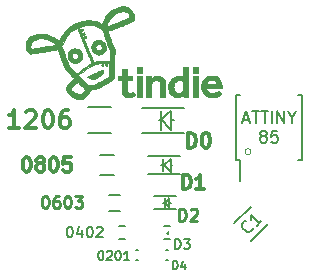
<source format=gto>
G04 #@! TF.FileFunction,Legend,Top*
%FSLAX46Y46*%
G04 Gerber Fmt 4.6, Leading zero omitted, Abs format (unit mm)*
G04 Created by KiCad (PCBNEW 4.0.7) date 06/29/18 14:26:30*
%MOMM*%
%LPD*%
G01*
G04 APERTURE LIST*
%ADD10C,0.100000*%
%ADD11C,0.150000*%
%ADD12C,0.200000*%
%ADD13C,0.250000*%
%ADD14C,0.300000*%
%ADD15C,0.010000*%
%ADD16C,0.175000*%
%ADD17C,0.312500*%
G04 APERTURE END LIST*
D10*
D11*
X202646643Y-103151214D02*
X202719215Y-103151214D01*
X202791786Y-103187500D01*
X202828072Y-103223786D01*
X202864358Y-103296357D01*
X202900643Y-103441500D01*
X202900643Y-103622929D01*
X202864358Y-103768071D01*
X202828072Y-103840643D01*
X202791786Y-103876929D01*
X202719215Y-103913214D01*
X202646643Y-103913214D01*
X202574072Y-103876929D01*
X202537786Y-103840643D01*
X202501501Y-103768071D01*
X202465215Y-103622929D01*
X202465215Y-103441500D01*
X202501501Y-103296357D01*
X202537786Y-103223786D01*
X202574072Y-103187500D01*
X202646643Y-103151214D01*
X203190929Y-103223786D02*
X203227215Y-103187500D01*
X203299786Y-103151214D01*
X203481215Y-103151214D01*
X203553786Y-103187500D01*
X203590072Y-103223786D01*
X203626357Y-103296357D01*
X203626357Y-103368929D01*
X203590072Y-103477786D01*
X203154643Y-103913214D01*
X203626357Y-103913214D01*
X204098071Y-103151214D02*
X204170643Y-103151214D01*
X204243214Y-103187500D01*
X204279500Y-103223786D01*
X204315786Y-103296357D01*
X204352071Y-103441500D01*
X204352071Y-103622929D01*
X204315786Y-103768071D01*
X204279500Y-103840643D01*
X204243214Y-103876929D01*
X204170643Y-103913214D01*
X204098071Y-103913214D01*
X204025500Y-103876929D01*
X203989214Y-103840643D01*
X203952929Y-103768071D01*
X203916643Y-103622929D01*
X203916643Y-103441500D01*
X203952929Y-103296357D01*
X203989214Y-103223786D01*
X204025500Y-103187500D01*
X204098071Y-103151214D01*
X205077785Y-103913214D02*
X204642357Y-103913214D01*
X204860071Y-103913214D02*
X204860071Y-103151214D01*
X204787500Y-103260071D01*
X204714928Y-103332643D01*
X204642357Y-103368929D01*
D12*
X199982666Y-101113167D02*
X200067333Y-101113167D01*
X200151999Y-101155500D01*
X200194333Y-101197833D01*
X200236666Y-101282500D01*
X200278999Y-101451833D01*
X200278999Y-101663500D01*
X200236666Y-101832833D01*
X200194333Y-101917500D01*
X200151999Y-101959833D01*
X200067333Y-102002167D01*
X199982666Y-102002167D01*
X199897999Y-101959833D01*
X199855666Y-101917500D01*
X199813333Y-101832833D01*
X199770999Y-101663500D01*
X199770999Y-101451833D01*
X199813333Y-101282500D01*
X199855666Y-101197833D01*
X199897999Y-101155500D01*
X199982666Y-101113167D01*
X201041000Y-101409500D02*
X201041000Y-102002167D01*
X200829333Y-101070833D02*
X200617666Y-101705833D01*
X201168000Y-101705833D01*
X201676000Y-101113167D02*
X201760667Y-101113167D01*
X201845333Y-101155500D01*
X201887667Y-101197833D01*
X201930000Y-101282500D01*
X201972333Y-101451833D01*
X201972333Y-101663500D01*
X201930000Y-101832833D01*
X201887667Y-101917500D01*
X201845333Y-101959833D01*
X201760667Y-102002167D01*
X201676000Y-102002167D01*
X201591333Y-101959833D01*
X201549000Y-101917500D01*
X201506667Y-101832833D01*
X201464333Y-101663500D01*
X201464333Y-101451833D01*
X201506667Y-101282500D01*
X201549000Y-101197833D01*
X201591333Y-101155500D01*
X201676000Y-101113167D01*
X202311000Y-101197833D02*
X202353334Y-101155500D01*
X202438000Y-101113167D01*
X202649667Y-101113167D01*
X202734334Y-101155500D01*
X202776667Y-101197833D01*
X202819000Y-101282500D01*
X202819000Y-101367167D01*
X202776667Y-101494167D01*
X202268667Y-102002167D01*
X202819000Y-102002167D01*
D13*
X197913809Y-98512381D02*
X198009048Y-98512381D01*
X198104286Y-98560000D01*
X198151905Y-98607619D01*
X198199524Y-98702857D01*
X198247143Y-98893333D01*
X198247143Y-99131429D01*
X198199524Y-99321905D01*
X198151905Y-99417143D01*
X198104286Y-99464762D01*
X198009048Y-99512381D01*
X197913809Y-99512381D01*
X197818571Y-99464762D01*
X197770952Y-99417143D01*
X197723333Y-99321905D01*
X197675714Y-99131429D01*
X197675714Y-98893333D01*
X197723333Y-98702857D01*
X197770952Y-98607619D01*
X197818571Y-98560000D01*
X197913809Y-98512381D01*
X199104286Y-98512381D02*
X198913809Y-98512381D01*
X198818571Y-98560000D01*
X198770952Y-98607619D01*
X198675714Y-98750476D01*
X198628095Y-98940952D01*
X198628095Y-99321905D01*
X198675714Y-99417143D01*
X198723333Y-99464762D01*
X198818571Y-99512381D01*
X199009048Y-99512381D01*
X199104286Y-99464762D01*
X199151905Y-99417143D01*
X199199524Y-99321905D01*
X199199524Y-99083810D01*
X199151905Y-98988571D01*
X199104286Y-98940952D01*
X199009048Y-98893333D01*
X198818571Y-98893333D01*
X198723333Y-98940952D01*
X198675714Y-98988571D01*
X198628095Y-99083810D01*
X199818571Y-98512381D02*
X199913810Y-98512381D01*
X200009048Y-98560000D01*
X200056667Y-98607619D01*
X200104286Y-98702857D01*
X200151905Y-98893333D01*
X200151905Y-99131429D01*
X200104286Y-99321905D01*
X200056667Y-99417143D01*
X200009048Y-99464762D01*
X199913810Y-99512381D01*
X199818571Y-99512381D01*
X199723333Y-99464762D01*
X199675714Y-99417143D01*
X199628095Y-99321905D01*
X199580476Y-99131429D01*
X199580476Y-98893333D01*
X199628095Y-98702857D01*
X199675714Y-98607619D01*
X199723333Y-98560000D01*
X199818571Y-98512381D01*
X200485238Y-98512381D02*
X201104286Y-98512381D01*
X200770952Y-98893333D01*
X200913810Y-98893333D01*
X201009048Y-98940952D01*
X201056667Y-98988571D01*
X201104286Y-99083810D01*
X201104286Y-99321905D01*
X201056667Y-99417143D01*
X201009048Y-99464762D01*
X200913810Y-99512381D01*
X200628095Y-99512381D01*
X200532857Y-99464762D01*
X200485238Y-99417143D01*
D14*
X196348572Y-95227857D02*
X196462857Y-95227857D01*
X196577143Y-95285000D01*
X196634286Y-95342143D01*
X196691429Y-95456429D01*
X196748572Y-95685000D01*
X196748572Y-95970714D01*
X196691429Y-96199286D01*
X196634286Y-96313571D01*
X196577143Y-96370714D01*
X196462857Y-96427857D01*
X196348572Y-96427857D01*
X196234286Y-96370714D01*
X196177143Y-96313571D01*
X196120000Y-96199286D01*
X196062857Y-95970714D01*
X196062857Y-95685000D01*
X196120000Y-95456429D01*
X196177143Y-95342143D01*
X196234286Y-95285000D01*
X196348572Y-95227857D01*
X197434286Y-95742143D02*
X197320000Y-95685000D01*
X197262857Y-95627857D01*
X197205714Y-95513571D01*
X197205714Y-95456429D01*
X197262857Y-95342143D01*
X197320000Y-95285000D01*
X197434286Y-95227857D01*
X197662857Y-95227857D01*
X197777143Y-95285000D01*
X197834286Y-95342143D01*
X197891429Y-95456429D01*
X197891429Y-95513571D01*
X197834286Y-95627857D01*
X197777143Y-95685000D01*
X197662857Y-95742143D01*
X197434286Y-95742143D01*
X197320000Y-95799286D01*
X197262857Y-95856429D01*
X197205714Y-95970714D01*
X197205714Y-96199286D01*
X197262857Y-96313571D01*
X197320000Y-96370714D01*
X197434286Y-96427857D01*
X197662857Y-96427857D01*
X197777143Y-96370714D01*
X197834286Y-96313571D01*
X197891429Y-96199286D01*
X197891429Y-95970714D01*
X197834286Y-95856429D01*
X197777143Y-95799286D01*
X197662857Y-95742143D01*
X198634286Y-95227857D02*
X198748571Y-95227857D01*
X198862857Y-95285000D01*
X198920000Y-95342143D01*
X198977143Y-95456429D01*
X199034286Y-95685000D01*
X199034286Y-95970714D01*
X198977143Y-96199286D01*
X198920000Y-96313571D01*
X198862857Y-96370714D01*
X198748571Y-96427857D01*
X198634286Y-96427857D01*
X198520000Y-96370714D01*
X198462857Y-96313571D01*
X198405714Y-96199286D01*
X198348571Y-95970714D01*
X198348571Y-95685000D01*
X198405714Y-95456429D01*
X198462857Y-95342143D01*
X198520000Y-95285000D01*
X198634286Y-95227857D01*
X200120000Y-95227857D02*
X199548571Y-95227857D01*
X199491428Y-95799286D01*
X199548571Y-95742143D01*
X199662857Y-95685000D01*
X199948571Y-95685000D01*
X200062857Y-95742143D01*
X200120000Y-95799286D01*
X200177143Y-95913571D01*
X200177143Y-96199286D01*
X200120000Y-96313571D01*
X200062857Y-96370714D01*
X199948571Y-96427857D01*
X199662857Y-96427857D01*
X199548571Y-96370714D01*
X199491428Y-96313571D01*
X195770715Y-92753571D02*
X194913572Y-92753571D01*
X195342144Y-92753571D02*
X195342144Y-91253571D01*
X195199287Y-91467857D01*
X195056429Y-91610714D01*
X194913572Y-91682143D01*
X196342143Y-91396429D02*
X196413572Y-91325000D01*
X196556429Y-91253571D01*
X196913572Y-91253571D01*
X197056429Y-91325000D01*
X197127858Y-91396429D01*
X197199286Y-91539286D01*
X197199286Y-91682143D01*
X197127858Y-91896429D01*
X196270715Y-92753571D01*
X197199286Y-92753571D01*
X198127857Y-91253571D02*
X198270714Y-91253571D01*
X198413571Y-91325000D01*
X198485000Y-91396429D01*
X198556429Y-91539286D01*
X198627857Y-91825000D01*
X198627857Y-92182143D01*
X198556429Y-92467857D01*
X198485000Y-92610714D01*
X198413571Y-92682143D01*
X198270714Y-92753571D01*
X198127857Y-92753571D01*
X197985000Y-92682143D01*
X197913571Y-92610714D01*
X197842143Y-92467857D01*
X197770714Y-92182143D01*
X197770714Y-91825000D01*
X197842143Y-91539286D01*
X197913571Y-91396429D01*
X197985000Y-91325000D01*
X198127857Y-91253571D01*
X199913571Y-91253571D02*
X199627857Y-91253571D01*
X199485000Y-91325000D01*
X199413571Y-91396429D01*
X199270714Y-91610714D01*
X199199285Y-91896429D01*
X199199285Y-92467857D01*
X199270714Y-92610714D01*
X199342142Y-92682143D01*
X199485000Y-92753571D01*
X199770714Y-92753571D01*
X199913571Y-92682143D01*
X199985000Y-92610714D01*
X200056428Y-92467857D01*
X200056428Y-92110714D01*
X199985000Y-91967857D01*
X199913571Y-91896429D01*
X199770714Y-91825000D01*
X199485000Y-91825000D01*
X199342142Y-91896429D01*
X199270714Y-91967857D01*
X199199285Y-92110714D01*
D11*
X214725524Y-92051667D02*
X215201715Y-92051667D01*
X214630286Y-92337381D02*
X214963619Y-91337381D01*
X215296953Y-92337381D01*
X215487429Y-91337381D02*
X216058858Y-91337381D01*
X215773143Y-92337381D02*
X215773143Y-91337381D01*
X216249334Y-91337381D02*
X216820763Y-91337381D01*
X216535048Y-92337381D02*
X216535048Y-91337381D01*
X217154096Y-92337381D02*
X217154096Y-91337381D01*
X217630286Y-92337381D02*
X217630286Y-91337381D01*
X218201715Y-92337381D01*
X218201715Y-91337381D01*
X218868381Y-91861190D02*
X218868381Y-92337381D01*
X218535048Y-91337381D02*
X218868381Y-91861190D01*
X219201715Y-91337381D01*
X216344571Y-93415952D02*
X216249333Y-93368333D01*
X216201714Y-93320714D01*
X216154095Y-93225476D01*
X216154095Y-93177857D01*
X216201714Y-93082619D01*
X216249333Y-93035000D01*
X216344571Y-92987381D01*
X216535048Y-92987381D01*
X216630286Y-93035000D01*
X216677905Y-93082619D01*
X216725524Y-93177857D01*
X216725524Y-93225476D01*
X216677905Y-93320714D01*
X216630286Y-93368333D01*
X216535048Y-93415952D01*
X216344571Y-93415952D01*
X216249333Y-93463571D01*
X216201714Y-93511190D01*
X216154095Y-93606429D01*
X216154095Y-93796905D01*
X216201714Y-93892143D01*
X216249333Y-93939762D01*
X216344571Y-93987381D01*
X216535048Y-93987381D01*
X216630286Y-93939762D01*
X216677905Y-93892143D01*
X216725524Y-93796905D01*
X216725524Y-93606429D01*
X216677905Y-93511190D01*
X216630286Y-93463571D01*
X216535048Y-93415952D01*
X217630286Y-92987381D02*
X217154095Y-92987381D01*
X217106476Y-93463571D01*
X217154095Y-93415952D01*
X217249333Y-93368333D01*
X217487429Y-93368333D01*
X217582667Y-93415952D01*
X217630286Y-93463571D01*
X217677905Y-93558810D01*
X217677905Y-93796905D01*
X217630286Y-93892143D01*
X217582667Y-93939762D01*
X217487429Y-93987381D01*
X217249333Y-93987381D01*
X217154095Y-93939762D01*
X217106476Y-93892143D01*
X208395000Y-103065000D02*
X208165000Y-103065000D01*
X208165000Y-103945000D02*
X208395000Y-103945000D01*
D10*
X208380000Y-101750000D02*
X208380000Y-101450000D01*
X208180000Y-101600000D02*
X208380000Y-101750000D01*
X208180000Y-101600000D02*
X208380000Y-101450000D01*
D11*
X208530000Y-101075000D02*
X208030000Y-101075000D01*
X208030000Y-102125000D02*
X208530000Y-102125000D01*
X215409678Y-102269891D02*
X216823891Y-100855678D01*
X215374322Y-99406109D02*
X213960109Y-100820322D01*
X207780000Y-92775000D02*
X207780000Y-92875000D01*
X207780000Y-91375000D02*
X207780000Y-91275000D01*
X208580000Y-92075000D02*
X208880000Y-92075000D01*
X208580000Y-92875000D02*
X208580000Y-91375000D01*
X208580000Y-91375000D02*
X208580000Y-91275000D01*
X208480000Y-92775000D02*
X208580000Y-92875000D01*
X208480000Y-91375000D02*
X208580000Y-91275000D01*
X207580000Y-92075000D02*
X207780000Y-92075000D01*
X207780000Y-92575000D02*
X207780000Y-92775000D01*
X207780000Y-91575000D02*
X207780000Y-91375000D01*
X207880000Y-92075000D02*
X208480000Y-92775000D01*
X208480000Y-91375000D02*
X207880000Y-91975000D01*
X206130000Y-93125000D02*
X209730000Y-93125000D01*
X206130000Y-91025000D02*
X209730000Y-91025000D01*
X207780000Y-91575000D02*
X207780000Y-92575000D01*
X208580000Y-95885000D02*
X208730000Y-95885000D01*
X207730000Y-95885000D02*
X208080000Y-95885000D01*
X208030000Y-95885000D02*
X208580000Y-95335000D01*
X208580000Y-95335000D02*
X208580000Y-96435000D01*
X208580000Y-96435000D02*
X208030000Y-95885000D01*
X207930000Y-95535000D02*
X207930000Y-95385000D01*
X207930000Y-96235000D02*
X207930000Y-96385000D01*
X206680000Y-96635000D02*
X209380000Y-96635000D01*
X206680000Y-95135000D02*
X209380000Y-95135000D01*
X207930000Y-95535000D02*
X207930000Y-96235000D01*
X208480000Y-99060000D02*
X208630000Y-99060000D01*
X207930000Y-99060000D02*
X208130000Y-99060000D01*
X208180000Y-99060000D02*
X208480000Y-98710000D01*
X208480000Y-98710000D02*
X208480000Y-99410000D01*
X208480000Y-99410000D02*
X208080000Y-99060000D01*
X208080000Y-99060000D02*
X208130000Y-99060000D01*
X208080000Y-98660000D02*
X208080000Y-99410000D01*
X207180000Y-99610000D02*
X209080000Y-99610000D01*
X207180000Y-98510000D02*
X209080000Y-98510000D01*
D10*
X215392000Y-94742000D02*
G75*
G03X215392000Y-94742000I-254000J0D01*
G01*
D11*
X214161000Y-95460000D02*
X214461000Y-95460000D01*
X214161000Y-89960000D02*
X214461000Y-89960000D01*
X219671000Y-89960000D02*
X219371000Y-89960000D01*
X219671000Y-95460000D02*
X219371000Y-95460000D01*
X214161000Y-95460000D02*
X214161000Y-89960000D01*
X219671000Y-95460000D02*
X219671000Y-89960000D01*
X214461000Y-95460000D02*
X214461000Y-97210000D01*
X201565000Y-91000000D02*
X203565000Y-91000000D01*
X203565000Y-93150000D02*
X201565000Y-93150000D01*
X202600000Y-95010000D02*
X203800000Y-95010000D01*
X203800000Y-96760000D02*
X202600000Y-96760000D01*
X203335000Y-98385000D02*
X204335000Y-98385000D01*
X204335000Y-99735000D02*
X203335000Y-99735000D01*
X204220000Y-102125000D02*
X204720000Y-102125000D01*
X204720000Y-101075000D02*
X204220000Y-101075000D01*
X205625000Y-103945000D02*
X205855000Y-103945000D01*
X205855000Y-103065000D02*
X205625000Y-103065000D01*
D15*
G36*
X204860769Y-88352923D02*
X205329692Y-88352923D01*
X205329692Y-88704616D01*
X204860769Y-88704616D01*
X204860878Y-89119808D01*
X204861816Y-89282993D01*
X204865017Y-89412153D01*
X204871207Y-89512312D01*
X204881111Y-89588492D01*
X204895455Y-89645715D01*
X204914963Y-89689003D01*
X204940362Y-89723380D01*
X204949412Y-89732880D01*
X205011461Y-89769005D01*
X205094390Y-89780417D01*
X205188790Y-89767092D01*
X205276189Y-89733724D01*
X205366077Y-89688216D01*
X205455150Y-89816762D01*
X205544224Y-89945308D01*
X205500458Y-89982342D01*
X205459818Y-90010096D01*
X205397835Y-90045276D01*
X205337724Y-90075518D01*
X205230139Y-90113187D01*
X205104502Y-90137004D01*
X204976667Y-90145235D01*
X204862487Y-90136146D01*
X204835711Y-90130411D01*
X204706559Y-90082679D01*
X204604984Y-90010556D01*
X204529258Y-89911830D01*
X204477652Y-89784291D01*
X204449622Y-89636420D01*
X204443725Y-89564817D01*
X204438594Y-89463766D01*
X204434558Y-89342892D01*
X204431942Y-89211821D01*
X204431071Y-89090500D01*
X204430923Y-88704616D01*
X204137846Y-88704616D01*
X204137846Y-88352923D01*
X204430923Y-88352923D01*
X204430923Y-87786308D01*
X204860769Y-87786308D01*
X204860769Y-88352923D01*
X204860769Y-88352923D01*
G37*
X204860769Y-88352923D02*
X205329692Y-88352923D01*
X205329692Y-88704616D01*
X204860769Y-88704616D01*
X204860878Y-89119808D01*
X204861816Y-89282993D01*
X204865017Y-89412153D01*
X204871207Y-89512312D01*
X204881111Y-89588492D01*
X204895455Y-89645715D01*
X204914963Y-89689003D01*
X204940362Y-89723380D01*
X204949412Y-89732880D01*
X205011461Y-89769005D01*
X205094390Y-89780417D01*
X205188790Y-89767092D01*
X205276189Y-89733724D01*
X205366077Y-89688216D01*
X205455150Y-89816762D01*
X205544224Y-89945308D01*
X205500458Y-89982342D01*
X205459818Y-90010096D01*
X205397835Y-90045276D01*
X205337724Y-90075518D01*
X205230139Y-90113187D01*
X205104502Y-90137004D01*
X204976667Y-90145235D01*
X204862487Y-90136146D01*
X204835711Y-90130411D01*
X204706559Y-90082679D01*
X204604984Y-90010556D01*
X204529258Y-89911830D01*
X204477652Y-89784291D01*
X204449622Y-89636420D01*
X204443725Y-89564817D01*
X204438594Y-89463766D01*
X204434558Y-89342892D01*
X204431942Y-89211821D01*
X204431071Y-89090500D01*
X204430923Y-88704616D01*
X204137846Y-88704616D01*
X204137846Y-88352923D01*
X204430923Y-88352923D01*
X204430923Y-87786308D01*
X204860769Y-87786308D01*
X204860769Y-88352923D01*
G36*
X210097077Y-90091846D02*
X209690204Y-90091846D01*
X209663712Y-89935042D01*
X209588871Y-89994317D01*
X209467321Y-90069697D01*
X209328530Y-90121166D01*
X209183208Y-90146563D01*
X209042062Y-90143727D01*
X208949896Y-90123272D01*
X208795241Y-90053185D01*
X208662287Y-89953047D01*
X208553016Y-89826541D01*
X208469408Y-89677352D01*
X208413445Y-89509164D01*
X208387106Y-89325661D01*
X208388639Y-89268843D01*
X208827077Y-89268843D01*
X208829482Y-89356232D01*
X208839262Y-89422183D01*
X208860264Y-89484179D01*
X208887028Y-89541269D01*
X208944396Y-89637123D01*
X209008943Y-89702936D01*
X209090031Y-89747681D01*
X209110385Y-89755364D01*
X209211963Y-89775066D01*
X209322668Y-89770757D01*
X209422099Y-89743275D01*
X209423808Y-89742505D01*
X209501813Y-89697917D01*
X209562451Y-89640407D01*
X209607320Y-89565503D01*
X209638022Y-89468729D01*
X209656156Y-89345612D01*
X209663321Y-89191679D01*
X209662871Y-89073925D01*
X209657462Y-88773000D01*
X209579308Y-88734360D01*
X209507167Y-88710955D01*
X209413601Y-88697253D01*
X209311802Y-88693440D01*
X209214963Y-88699703D01*
X209136276Y-88716224D01*
X209108998Y-88727760D01*
X208997107Y-88810480D01*
X208912218Y-88920022D01*
X208855743Y-89053673D01*
X208829096Y-89208721D01*
X208827077Y-89268843D01*
X208388639Y-89268843D01*
X208392374Y-89130527D01*
X208396813Y-89094582D01*
X208433379Y-88939385D01*
X208496754Y-88788012D01*
X208580841Y-88653090D01*
X208646566Y-88577357D01*
X208782352Y-88468829D01*
X208938798Y-88387713D01*
X209108188Y-88335948D01*
X209282806Y-88315471D01*
X209454938Y-88328222D01*
X209548259Y-88350874D01*
X209667231Y-88387902D01*
X209667231Y-87610462D01*
X210097077Y-87610462D01*
X210097077Y-90091846D01*
X210097077Y-90091846D01*
G37*
X210097077Y-90091846D02*
X209690204Y-90091846D01*
X209663712Y-89935042D01*
X209588871Y-89994317D01*
X209467321Y-90069697D01*
X209328530Y-90121166D01*
X209183208Y-90146563D01*
X209042062Y-90143727D01*
X208949896Y-90123272D01*
X208795241Y-90053185D01*
X208662287Y-89953047D01*
X208553016Y-89826541D01*
X208469408Y-89677352D01*
X208413445Y-89509164D01*
X208387106Y-89325661D01*
X208388639Y-89268843D01*
X208827077Y-89268843D01*
X208829482Y-89356232D01*
X208839262Y-89422183D01*
X208860264Y-89484179D01*
X208887028Y-89541269D01*
X208944396Y-89637123D01*
X209008943Y-89702936D01*
X209090031Y-89747681D01*
X209110385Y-89755364D01*
X209211963Y-89775066D01*
X209322668Y-89770757D01*
X209422099Y-89743275D01*
X209423808Y-89742505D01*
X209501813Y-89697917D01*
X209562451Y-89640407D01*
X209607320Y-89565503D01*
X209638022Y-89468729D01*
X209656156Y-89345612D01*
X209663321Y-89191679D01*
X209662871Y-89073925D01*
X209657462Y-88773000D01*
X209579308Y-88734360D01*
X209507167Y-88710955D01*
X209413601Y-88697253D01*
X209311802Y-88693440D01*
X209214963Y-88699703D01*
X209136276Y-88716224D01*
X209108998Y-88727760D01*
X208997107Y-88810480D01*
X208912218Y-88920022D01*
X208855743Y-89053673D01*
X208829096Y-89208721D01*
X208827077Y-89268843D01*
X208388639Y-89268843D01*
X208392374Y-89130527D01*
X208396813Y-89094582D01*
X208433379Y-88939385D01*
X208496754Y-88788012D01*
X208580841Y-88653090D01*
X208646566Y-88577357D01*
X208782352Y-88468829D01*
X208938798Y-88387713D01*
X209108188Y-88335948D01*
X209282806Y-88315471D01*
X209454938Y-88328222D01*
X209548259Y-88350874D01*
X209667231Y-88387902D01*
X209667231Y-87610462D01*
X210097077Y-87610462D01*
X210097077Y-90091846D01*
G36*
X212162119Y-88304666D02*
X212235069Y-88307637D01*
X212290138Y-88314790D01*
X212337921Y-88327929D01*
X212389013Y-88348857D01*
X212426545Y-88366320D01*
X212573519Y-88457028D01*
X212695489Y-88577229D01*
X212790057Y-88724539D01*
X212792822Y-88730120D01*
X212837462Y-88842774D01*
X212874512Y-88977348D01*
X212900150Y-89116868D01*
X212910555Y-89244360D01*
X212910615Y-89253411D01*
X212910615Y-89349385D01*
X211598434Y-89349385D01*
X211611671Y-89412885D01*
X211653523Y-89524818D01*
X211725603Y-89624631D01*
X211819890Y-89704669D01*
X211928364Y-89757280D01*
X211987199Y-89771182D01*
X212139562Y-89780272D01*
X212291287Y-89764265D01*
X212431799Y-89725346D01*
X212550523Y-89665699D01*
X212572273Y-89650310D01*
X212616485Y-89620331D01*
X212648919Y-89604250D01*
X212653749Y-89603385D01*
X212678687Y-89617862D01*
X212718131Y-89655143D01*
X212764317Y-89706002D01*
X212809484Y-89761214D01*
X212845869Y-89811552D01*
X212865708Y-89847792D01*
X212867172Y-89857029D01*
X212846241Y-89887384D01*
X212797655Y-89928027D01*
X212729672Y-89973848D01*
X212650552Y-90019738D01*
X212568556Y-90060587D01*
X212491942Y-90091287D01*
X212484546Y-90093714D01*
X212375581Y-90119832D01*
X212247305Y-90137038D01*
X212112627Y-90144772D01*
X211984457Y-90142476D01*
X211875704Y-90129593D01*
X211841169Y-90121530D01*
X211660045Y-90053460D01*
X211507733Y-89959048D01*
X211384127Y-89838167D01*
X211289117Y-89690689D01*
X211222597Y-89516489D01*
X211189324Y-89354269D01*
X211179837Y-89159863D01*
X211196711Y-89036769D01*
X211605654Y-89036769D01*
X212466344Y-89036769D01*
X212454802Y-88965646D01*
X212420127Y-88862271D01*
X212356867Y-88777963D01*
X212271494Y-88714526D01*
X212170479Y-88673763D01*
X212060294Y-88657480D01*
X211947411Y-88667479D01*
X211838301Y-88705565D01*
X211745655Y-88767979D01*
X211681059Y-88833872D01*
X211641667Y-88901299D01*
X211620079Y-88972810D01*
X211605654Y-89036769D01*
X211196711Y-89036769D01*
X211205165Y-88975098D01*
X211263364Y-88803857D01*
X211352490Y-88650027D01*
X211470599Y-88517492D01*
X211615747Y-88410137D01*
X211678733Y-88376192D01*
X211742598Y-88345671D01*
X211793066Y-88325263D01*
X211840913Y-88312935D01*
X211896918Y-88306651D01*
X211971858Y-88304377D01*
X212060692Y-88304077D01*
X212162119Y-88304666D01*
X212162119Y-88304666D01*
G37*
X212162119Y-88304666D02*
X212235069Y-88307637D01*
X212290138Y-88314790D01*
X212337921Y-88327929D01*
X212389013Y-88348857D01*
X212426545Y-88366320D01*
X212573519Y-88457028D01*
X212695489Y-88577229D01*
X212790057Y-88724539D01*
X212792822Y-88730120D01*
X212837462Y-88842774D01*
X212874512Y-88977348D01*
X212900150Y-89116868D01*
X212910555Y-89244360D01*
X212910615Y-89253411D01*
X212910615Y-89349385D01*
X211598434Y-89349385D01*
X211611671Y-89412885D01*
X211653523Y-89524818D01*
X211725603Y-89624631D01*
X211819890Y-89704669D01*
X211928364Y-89757280D01*
X211987199Y-89771182D01*
X212139562Y-89780272D01*
X212291287Y-89764265D01*
X212431799Y-89725346D01*
X212550523Y-89665699D01*
X212572273Y-89650310D01*
X212616485Y-89620331D01*
X212648919Y-89604250D01*
X212653749Y-89603385D01*
X212678687Y-89617862D01*
X212718131Y-89655143D01*
X212764317Y-89706002D01*
X212809484Y-89761214D01*
X212845869Y-89811552D01*
X212865708Y-89847792D01*
X212867172Y-89857029D01*
X212846241Y-89887384D01*
X212797655Y-89928027D01*
X212729672Y-89973848D01*
X212650552Y-90019738D01*
X212568556Y-90060587D01*
X212491942Y-90091287D01*
X212484546Y-90093714D01*
X212375581Y-90119832D01*
X212247305Y-90137038D01*
X212112627Y-90144772D01*
X211984457Y-90142476D01*
X211875704Y-90129593D01*
X211841169Y-90121530D01*
X211660045Y-90053460D01*
X211507733Y-89959048D01*
X211384127Y-89838167D01*
X211289117Y-89690689D01*
X211222597Y-89516489D01*
X211189324Y-89354269D01*
X211179837Y-89159863D01*
X211196711Y-89036769D01*
X211605654Y-89036769D01*
X212466344Y-89036769D01*
X212454802Y-88965646D01*
X212420127Y-88862271D01*
X212356867Y-88777963D01*
X212271494Y-88714526D01*
X212170479Y-88673763D01*
X212060294Y-88657480D01*
X211947411Y-88667479D01*
X211838301Y-88705565D01*
X211745655Y-88767979D01*
X211681059Y-88833872D01*
X211641667Y-88901299D01*
X211620079Y-88972810D01*
X211605654Y-89036769D01*
X211196711Y-89036769D01*
X211205165Y-88975098D01*
X211263364Y-88803857D01*
X211352490Y-88650027D01*
X211470599Y-88517492D01*
X211615747Y-88410137D01*
X211678733Y-88376192D01*
X211742598Y-88345671D01*
X211793066Y-88325263D01*
X211840913Y-88312935D01*
X211896918Y-88306651D01*
X211971858Y-88304377D01*
X212060692Y-88304077D01*
X212162119Y-88304666D01*
G36*
X206130769Y-90091846D02*
X205720462Y-90091846D01*
X205720462Y-88352923D01*
X206130769Y-88352923D01*
X206130769Y-90091846D01*
X206130769Y-90091846D01*
G37*
X206130769Y-90091846D02*
X205720462Y-90091846D01*
X205720462Y-88352923D01*
X206130769Y-88352923D01*
X206130769Y-90091846D01*
G36*
X207652014Y-88338110D02*
X207780770Y-88383060D01*
X207890147Y-88452627D01*
X207916224Y-88476580D01*
X208014992Y-88602491D01*
X208081366Y-88750143D01*
X208103863Y-88839850D01*
X208108982Y-88886349D01*
X208113611Y-88965853D01*
X208117572Y-89072288D01*
X208120687Y-89199583D01*
X208122780Y-89341667D01*
X208123673Y-89492466D01*
X208123692Y-89518128D01*
X208123692Y-90091846D01*
X207695931Y-90091846D01*
X207690004Y-89487547D01*
X207688228Y-89317524D01*
X207686393Y-89182136D01*
X207684184Y-89076942D01*
X207681287Y-88997502D01*
X207677385Y-88939374D01*
X207672164Y-88898117D01*
X207665309Y-88869290D01*
X207656503Y-88848453D01*
X207645433Y-88831164D01*
X207643204Y-88828123D01*
X207563304Y-88745784D01*
X207469965Y-88698994D01*
X207364972Y-88685077D01*
X207237917Y-88702947D01*
X207127970Y-88754606D01*
X207038859Y-88837130D01*
X206974312Y-88947594D01*
X206953657Y-89007838D01*
X206946657Y-89053848D01*
X206940840Y-89134827D01*
X206936360Y-89246682D01*
X206933368Y-89385318D01*
X206932018Y-89546641D01*
X206931955Y-89588731D01*
X206931846Y-90091846D01*
X206502000Y-90091846D01*
X206502000Y-88352923D01*
X206912308Y-88352923D01*
X206912607Y-88426192D01*
X206917276Y-88494587D01*
X206932374Y-88526221D01*
X206960603Y-88522639D01*
X207004669Y-88485386D01*
X207008803Y-88481158D01*
X207109631Y-88403649D01*
X207232688Y-88350548D01*
X207369651Y-88321896D01*
X207512201Y-88317736D01*
X207652014Y-88338110D01*
X207652014Y-88338110D01*
G37*
X207652014Y-88338110D02*
X207780770Y-88383060D01*
X207890147Y-88452627D01*
X207916224Y-88476580D01*
X208014992Y-88602491D01*
X208081366Y-88750143D01*
X208103863Y-88839850D01*
X208108982Y-88886349D01*
X208113611Y-88965853D01*
X208117572Y-89072288D01*
X208120687Y-89199583D01*
X208122780Y-89341667D01*
X208123673Y-89492466D01*
X208123692Y-89518128D01*
X208123692Y-90091846D01*
X207695931Y-90091846D01*
X207690004Y-89487547D01*
X207688228Y-89317524D01*
X207686393Y-89182136D01*
X207684184Y-89076942D01*
X207681287Y-88997502D01*
X207677385Y-88939374D01*
X207672164Y-88898117D01*
X207665309Y-88869290D01*
X207656503Y-88848453D01*
X207645433Y-88831164D01*
X207643204Y-88828123D01*
X207563304Y-88745784D01*
X207469965Y-88698994D01*
X207364972Y-88685077D01*
X207237917Y-88702947D01*
X207127970Y-88754606D01*
X207038859Y-88837130D01*
X206974312Y-88947594D01*
X206953657Y-89007838D01*
X206946657Y-89053848D01*
X206940840Y-89134827D01*
X206936360Y-89246682D01*
X206933368Y-89385318D01*
X206932018Y-89546641D01*
X206931955Y-89588731D01*
X206931846Y-90091846D01*
X206502000Y-90091846D01*
X206502000Y-88352923D01*
X206912308Y-88352923D01*
X206912607Y-88426192D01*
X206917276Y-88494587D01*
X206932374Y-88526221D01*
X206960603Y-88522639D01*
X207004669Y-88485386D01*
X207008803Y-88481158D01*
X207109631Y-88403649D01*
X207232688Y-88350548D01*
X207369651Y-88321896D01*
X207512201Y-88317736D01*
X207652014Y-88338110D01*
G36*
X210878615Y-90091846D02*
X210468308Y-90091846D01*
X210468308Y-88352923D01*
X210878615Y-88352923D01*
X210878615Y-90091846D01*
X210878615Y-90091846D01*
G37*
X210878615Y-90091846D02*
X210468308Y-90091846D01*
X210468308Y-88352923D01*
X210878615Y-88352923D01*
X210878615Y-90091846D01*
G36*
X206150308Y-88059846D02*
X205700923Y-88059846D01*
X205700923Y-87610462D01*
X206150308Y-87610462D01*
X206150308Y-88059846D01*
X206150308Y-88059846D01*
G37*
X206150308Y-88059846D02*
X205700923Y-88059846D01*
X205700923Y-87610462D01*
X206150308Y-87610462D01*
X206150308Y-88059846D01*
G36*
X210898154Y-88059846D02*
X210448769Y-88059846D01*
X210448769Y-87610462D01*
X210898154Y-87610462D01*
X210898154Y-88059846D01*
X210898154Y-88059846D01*
G37*
X210898154Y-88059846D02*
X210448769Y-88059846D01*
X210448769Y-87610462D01*
X210898154Y-87610462D01*
X210898154Y-88059846D01*
G36*
X204655851Y-82451127D02*
X204716832Y-82454864D01*
X204766538Y-82464690D01*
X204817473Y-82483410D01*
X204882139Y-82513830D01*
X204906733Y-82525978D01*
X205067319Y-82622793D01*
X205211697Y-82743944D01*
X205334589Y-82883624D01*
X205430719Y-83036023D01*
X205484322Y-83161749D01*
X205514145Y-83275548D01*
X205519708Y-83375434D01*
X205501347Y-83474172D01*
X205493206Y-83499738D01*
X205474043Y-83547969D01*
X205449435Y-83590739D01*
X205415832Y-83630323D01*
X205369686Y-83668995D01*
X205307448Y-83709031D01*
X205225568Y-83752705D01*
X205120498Y-83802291D01*
X204988690Y-83860065D01*
X204826594Y-83928300D01*
X204820894Y-83930671D01*
X204728321Y-83968528D01*
X204610089Y-84015905D01*
X204472220Y-84070470D01*
X204320736Y-84129894D01*
X204161658Y-84191845D01*
X204001008Y-84253993D01*
X203844808Y-84314008D01*
X203699079Y-84369558D01*
X203569844Y-84418313D01*
X203463123Y-84457943D01*
X203394122Y-84482885D01*
X203322764Y-84509731D01*
X203281092Y-84530212D01*
X203263797Y-84547560D01*
X203264194Y-84561998D01*
X203272770Y-84584538D01*
X203292723Y-84637532D01*
X203322726Y-84717441D01*
X203361454Y-84820730D01*
X203407582Y-84943861D01*
X203459784Y-85083298D01*
X203516734Y-85235503D01*
X203566026Y-85367305D01*
X203856266Y-86143539D01*
X203818223Y-87009234D01*
X203810008Y-87197667D01*
X203801871Y-87387086D01*
X203794044Y-87571916D01*
X203786758Y-87746577D01*
X203780245Y-87905494D01*
X203774736Y-88043088D01*
X203770462Y-88153781D01*
X203768389Y-88210571D01*
X203756598Y-88546214D01*
X203682406Y-88614658D01*
X203591638Y-88690975D01*
X203474742Y-88777889D01*
X203338643Y-88871018D01*
X203190261Y-88965979D01*
X203036519Y-89058389D01*
X202884340Y-89143864D01*
X202740645Y-89218023D01*
X202695046Y-89239835D01*
X202423268Y-89351654D01*
X202146612Y-89433894D01*
X201996293Y-89466527D01*
X201787231Y-89506741D01*
X201704813Y-89654754D01*
X201593985Y-89830801D01*
X201472790Y-89981058D01*
X201344008Y-90102884D01*
X201210421Y-90193640D01*
X201078528Y-90249593D01*
X200959790Y-90271690D01*
X200823961Y-90275334D01*
X200685193Y-90260524D01*
X200632786Y-90249615D01*
X200477339Y-90198535D01*
X200317903Y-90121749D01*
X200163670Y-90025268D01*
X200023830Y-89915105D01*
X199907576Y-89797271D01*
X199871391Y-89751592D01*
X199795479Y-89630615D01*
X199751502Y-89514921D01*
X199739881Y-89401508D01*
X199742627Y-89386687D01*
X200143935Y-89386687D01*
X200146150Y-89436681D01*
X200177822Y-89499145D01*
X200236119Y-89569991D01*
X200318208Y-89645131D01*
X200329063Y-89653877D01*
X200464307Y-89748048D01*
X200600554Y-89817754D01*
X200733140Y-89861640D01*
X200857397Y-89878353D01*
X200968660Y-89866538D01*
X201012001Y-89852076D01*
X201067242Y-89819128D01*
X201129851Y-89766542D01*
X201193425Y-89701754D01*
X201251557Y-89632200D01*
X201297843Y-89565319D01*
X201325878Y-89508546D01*
X201331286Y-89481355D01*
X201318910Y-89461031D01*
X201284164Y-89419227D01*
X201230613Y-89359836D01*
X201161826Y-89286751D01*
X201081371Y-89203865D01*
X201024086Y-89146156D01*
X200716887Y-88839356D01*
X200611336Y-88918499D01*
X200551516Y-88966755D01*
X200481425Y-89028617D01*
X200406403Y-89098739D01*
X200331786Y-89171775D01*
X200262912Y-89242378D01*
X200205118Y-89305202D01*
X200163741Y-89354901D01*
X200144120Y-89386128D01*
X200143935Y-89386687D01*
X199742627Y-89386687D01*
X199761034Y-89287372D01*
X199815382Y-89169510D01*
X199903345Y-89044919D01*
X199982802Y-88954580D01*
X200060451Y-88876364D01*
X200155458Y-88787129D01*
X200256868Y-88696682D01*
X200353729Y-88614833D01*
X200423310Y-88560090D01*
X200413050Y-88546254D01*
X200380069Y-88510001D01*
X200327397Y-88454477D01*
X200258067Y-88382830D01*
X200175109Y-88298206D01*
X200169175Y-88292214D01*
X200733500Y-88292214D01*
X201145786Y-88706309D01*
X201558071Y-89120403D01*
X201703214Y-89108953D01*
X201797847Y-89098304D01*
X201903759Y-89081623D01*
X201993500Y-89063510D01*
X202254285Y-88988098D01*
X202517281Y-88883019D01*
X202785615Y-88746826D01*
X203062417Y-88578075D01*
X203104766Y-88549928D01*
X203186881Y-88494351D01*
X203257913Y-88445452D01*
X203312576Y-88406937D01*
X203345580Y-88382513D01*
X203352841Y-88376079D01*
X203355056Y-88365431D01*
X203357726Y-88338498D01*
X203360972Y-88292951D01*
X203364913Y-88226460D01*
X203369670Y-88136699D01*
X203375364Y-88021337D01*
X203382115Y-87878046D01*
X203390045Y-87704496D01*
X203399273Y-87498361D01*
X203405216Y-87364101D01*
X203410145Y-87252417D01*
X203297453Y-87240348D01*
X203187162Y-87232309D01*
X203056121Y-87228667D01*
X202915092Y-87229190D01*
X202774836Y-87233643D01*
X202646112Y-87241792D01*
X202539682Y-87253404D01*
X202514734Y-87257349D01*
X202337524Y-87294994D01*
X202164621Y-87346602D01*
X201992353Y-87414183D01*
X201817047Y-87499746D01*
X201635031Y-87605300D01*
X201442631Y-87732853D01*
X201236175Y-87884416D01*
X201011990Y-88061996D01*
X200948828Y-88113933D01*
X200733500Y-88292214D01*
X200169175Y-88292214D01*
X200081553Y-88203750D01*
X200037803Y-88159877D01*
X199644057Y-87765826D01*
X199555645Y-87530091D01*
X199527560Y-87455037D01*
X199489134Y-87352102D01*
X199442654Y-87227423D01*
X199390405Y-87087137D01*
X199334674Y-86937380D01*
X199277747Y-86784291D01*
X199244805Y-86695643D01*
X199192728Y-86555992D01*
X199144301Y-86427128D01*
X199101039Y-86313009D01*
X199064459Y-86217596D01*
X199036079Y-86144848D01*
X199017414Y-86098725D01*
X199010250Y-86083326D01*
X198989435Y-86082237D01*
X198938749Y-86087333D01*
X198863927Y-86097808D01*
X198770703Y-86112856D01*
X198664812Y-86131671D01*
X198660117Y-86132542D01*
X198464357Y-86168291D01*
X198259303Y-86204588D01*
X198050263Y-86240571D01*
X197842546Y-86275383D01*
X197641461Y-86308164D01*
X197452318Y-86338053D01*
X197280425Y-86364192D01*
X197131090Y-86385720D01*
X197009624Y-86401779D01*
X196963937Y-86407163D01*
X196688722Y-86437812D01*
X196587862Y-86388466D01*
X196485333Y-86318907D01*
X196407115Y-86222840D01*
X196353593Y-86101033D01*
X196325150Y-85954256D01*
X196321263Y-85872654D01*
X196715646Y-85872654D01*
X196721957Y-85945963D01*
X196736080Y-86000913D01*
X196757648Y-86030372D01*
X196768843Y-86033429D01*
X196795676Y-86031024D01*
X196851334Y-86024408D01*
X196928718Y-86014477D01*
X197020731Y-86002127D01*
X197063319Y-85996255D01*
X197162128Y-85981949D01*
X197281657Y-85963702D01*
X197417893Y-85942205D01*
X197566822Y-85918148D01*
X197724430Y-85892221D01*
X197886703Y-85865112D01*
X198049628Y-85837511D01*
X198107954Y-85827495D01*
X199340699Y-85827495D01*
X199389720Y-85953140D01*
X199406607Y-85997303D01*
X199434442Y-86071163D01*
X199471606Y-86170379D01*
X199516481Y-86290609D01*
X199567445Y-86427511D01*
X199622880Y-86576744D01*
X199681166Y-86733965D01*
X199707277Y-86804500D01*
X199975813Y-87530214D01*
X200294225Y-87851435D01*
X200612638Y-88172657D01*
X200704354Y-88094436D01*
X200752934Y-88053770D01*
X200821582Y-87997319D01*
X200901970Y-87931887D01*
X200985768Y-87864277D01*
X201004714Y-87849081D01*
X201208977Y-87691773D01*
X201409007Y-87549970D01*
X201598146Y-87428228D01*
X201735562Y-87349188D01*
X201809258Y-87308236D01*
X201855389Y-87278814D01*
X201879077Y-87256704D01*
X201885446Y-87237686D01*
X201883519Y-87227316D01*
X201874323Y-87203132D01*
X201852854Y-87149161D01*
X201820641Y-87069173D01*
X201779214Y-86966940D01*
X201730101Y-86846232D01*
X201674833Y-86710820D01*
X201614939Y-86564475D01*
X201591828Y-86508107D01*
X201519532Y-86331737D01*
X201437173Y-86130602D01*
X201348367Y-85913548D01*
X201256729Y-85689417D01*
X201165877Y-85467054D01*
X201079425Y-85255304D01*
X201000991Y-85063010D01*
X201000899Y-85062786D01*
X200936693Y-84905659D01*
X200876378Y-84758781D01*
X200821387Y-84625587D01*
X200773152Y-84509513D01*
X200733105Y-84413994D01*
X200702678Y-84342466D01*
X200683303Y-84298365D01*
X200676712Y-84285127D01*
X200649983Y-84280490D01*
X200600083Y-84295671D01*
X200531962Y-84327556D01*
X200450570Y-84373032D01*
X200360855Y-84428982D01*
X200267769Y-84492294D01*
X200176260Y-84559853D01*
X200091278Y-84628543D01*
X200017772Y-84695253D01*
X200005496Y-84707463D01*
X199884895Y-84844036D01*
X199762838Y-85009367D01*
X199643666Y-85196392D01*
X199531718Y-85398050D01*
X199431336Y-85607276D01*
X199384922Y-85717283D01*
X199340699Y-85827495D01*
X198107954Y-85827495D01*
X198209192Y-85810110D01*
X198361380Y-85783596D01*
X198502180Y-85758659D01*
X198627576Y-85735990D01*
X198733557Y-85716279D01*
X198816108Y-85700213D01*
X198871215Y-85688485D01*
X198894864Y-85681782D01*
X198895305Y-85681457D01*
X198886824Y-85666652D01*
X198852423Y-85637244D01*
X198797569Y-85596839D01*
X198727727Y-85549044D01*
X198648363Y-85497465D01*
X198564943Y-85445710D01*
X198482932Y-85397385D01*
X198407798Y-85356097D01*
X198383071Y-85343444D01*
X198149867Y-85243455D01*
X197919766Y-85177248D01*
X197694469Y-85144906D01*
X197475680Y-85146513D01*
X197265100Y-85182152D01*
X197064430Y-85251908D01*
X197013286Y-85276044D01*
X196908341Y-85344463D01*
X196827919Y-85434487D01*
X196768484Y-85550610D01*
X196747256Y-85613894D01*
X196727929Y-85699488D01*
X196717515Y-85788119D01*
X196715646Y-85872654D01*
X196321263Y-85872654D01*
X196320279Y-85852000D01*
X196333963Y-85664399D01*
X196373613Y-85486727D01*
X196436946Y-85323397D01*
X196521677Y-85178822D01*
X196625524Y-85057412D01*
X196746204Y-84963581D01*
X196793733Y-84937200D01*
X197031784Y-84838051D01*
X197277627Y-84774005D01*
X197529469Y-84745166D01*
X197785516Y-84751641D01*
X198043977Y-84793534D01*
X198248492Y-84851675D01*
X198413196Y-84915801D01*
X198587429Y-84998259D01*
X198759572Y-85092720D01*
X198918007Y-85192854D01*
X199038720Y-85282143D01*
X199113796Y-85343102D01*
X199199719Y-85175729D01*
X199353456Y-84903499D01*
X199519321Y-84663693D01*
X199699838Y-84453744D01*
X199897530Y-84271082D01*
X199975949Y-84214108D01*
X200841429Y-84214108D01*
X200848143Y-84231822D01*
X200867624Y-84280669D01*
X200898879Y-84358208D01*
X200940914Y-84461996D01*
X200992735Y-84589592D01*
X201053349Y-84738553D01*
X201121762Y-84906438D01*
X201196981Y-85090804D01*
X201278013Y-85289210D01*
X201363863Y-85499213D01*
X201432868Y-85667871D01*
X201522166Y-85886073D01*
X201607734Y-86095205D01*
X201688543Y-86292752D01*
X201763568Y-86476199D01*
X201831778Y-86643031D01*
X201892146Y-86790732D01*
X201943644Y-86916787D01*
X201985245Y-87018682D01*
X202015919Y-87093901D01*
X202034640Y-87139928D01*
X202040205Y-87153750D01*
X202050209Y-87177155D01*
X202062783Y-87189257D01*
X202085770Y-87190200D01*
X202127015Y-87180127D01*
X202194362Y-87159182D01*
X202202143Y-87156715D01*
X202389084Y-87108784D01*
X202598563Y-87074654D01*
X202819155Y-87055348D01*
X203039434Y-87051890D01*
X203236286Y-87064034D01*
X203310808Y-87071417D01*
X203370167Y-87076377D01*
X203406267Y-87078286D01*
X203413361Y-87077745D01*
X203415443Y-87059151D01*
X203418764Y-87009333D01*
X203423051Y-86933321D01*
X203428030Y-86836144D01*
X203433428Y-86722834D01*
X203437182Y-86639520D01*
X203456284Y-86205786D01*
X203236273Y-85616143D01*
X203178562Y-85461443D01*
X203119574Y-85303258D01*
X203061866Y-85148454D01*
X203007999Y-85003900D01*
X202960532Y-84876464D01*
X202922024Y-84773013D01*
X202908098Y-84735568D01*
X202799934Y-84444637D01*
X202659788Y-84350753D01*
X202442176Y-84219722D01*
X202323618Y-84165564D01*
X203105139Y-84165564D01*
X203275034Y-84103903D01*
X203343555Y-84078697D01*
X203438049Y-84043460D01*
X203550614Y-84001164D01*
X203673347Y-83954780D01*
X203798345Y-83907281D01*
X203835000Y-83893299D01*
X204002416Y-83828819D01*
X204175752Y-83761054D01*
X204349185Y-83692354D01*
X204516892Y-83625068D01*
X204673051Y-83561545D01*
X204811837Y-83504135D01*
X204927429Y-83455187D01*
X205002899Y-83422078D01*
X205066101Y-83392890D01*
X205102431Y-83371986D01*
X205118219Y-83353013D01*
X205119796Y-83329621D01*
X205116094Y-83308507D01*
X205084442Y-83223163D01*
X205025765Y-83131483D01*
X204946645Y-83040817D01*
X204853662Y-82958515D01*
X204753399Y-82891925D01*
X204733621Y-82881428D01*
X204680068Y-82856845D01*
X204633660Y-82844619D01*
X204579347Y-82842342D01*
X204515034Y-82846491D01*
X204315016Y-82880912D01*
X204117020Y-82948513D01*
X203926318Y-83046334D01*
X203748182Y-83171415D01*
X203587884Y-83320795D01*
X203510653Y-83410449D01*
X203430990Y-83518093D01*
X203351593Y-83638650D01*
X203276796Y-83764344D01*
X203210936Y-83887400D01*
X203158348Y-84000042D01*
X203123369Y-84094495D01*
X203117660Y-84115246D01*
X203105139Y-84165564D01*
X202323618Y-84165564D01*
X202230450Y-84123005D01*
X202021425Y-84059783D01*
X201811918Y-84029235D01*
X201598744Y-84030542D01*
X201473603Y-84045347D01*
X201368981Y-84063628D01*
X201260053Y-84085866D01*
X201152635Y-84110508D01*
X201052542Y-84136003D01*
X200965589Y-84160798D01*
X200897591Y-84183341D01*
X200854363Y-84202079D01*
X200841429Y-84214108D01*
X199975949Y-84214108D01*
X200114921Y-84113142D01*
X200354535Y-83977355D01*
X200398933Y-83955682D01*
X200608951Y-83866543D01*
X200844179Y-83786238D01*
X201094011Y-83717779D01*
X201347842Y-83664174D01*
X201520945Y-83637267D01*
X201755383Y-83624897D01*
X201994802Y-83648307D01*
X202238742Y-83707403D01*
X202486743Y-83802088D01*
X202614893Y-83864182D01*
X202679526Y-83895723D01*
X202730187Y-83916650D01*
X202759918Y-83924294D01*
X202764832Y-83921743D01*
X202773745Y-83889663D01*
X202797762Y-83832898D01*
X202833489Y-83757978D01*
X202877528Y-83671432D01*
X202926483Y-83579790D01*
X202976959Y-83489581D01*
X203025558Y-83407335D01*
X203063340Y-83347835D01*
X203225497Y-83131625D01*
X203405081Y-82942525D01*
X203599696Y-82781963D01*
X203806943Y-82651365D01*
X204024426Y-82552158D01*
X204249747Y-82485767D01*
X204480509Y-82453620D01*
X204571090Y-82450674D01*
X204655851Y-82451127D01*
X204655851Y-82451127D01*
G37*
X204655851Y-82451127D02*
X204716832Y-82454864D01*
X204766538Y-82464690D01*
X204817473Y-82483410D01*
X204882139Y-82513830D01*
X204906733Y-82525978D01*
X205067319Y-82622793D01*
X205211697Y-82743944D01*
X205334589Y-82883624D01*
X205430719Y-83036023D01*
X205484322Y-83161749D01*
X205514145Y-83275548D01*
X205519708Y-83375434D01*
X205501347Y-83474172D01*
X205493206Y-83499738D01*
X205474043Y-83547969D01*
X205449435Y-83590739D01*
X205415832Y-83630323D01*
X205369686Y-83668995D01*
X205307448Y-83709031D01*
X205225568Y-83752705D01*
X205120498Y-83802291D01*
X204988690Y-83860065D01*
X204826594Y-83928300D01*
X204820894Y-83930671D01*
X204728321Y-83968528D01*
X204610089Y-84015905D01*
X204472220Y-84070470D01*
X204320736Y-84129894D01*
X204161658Y-84191845D01*
X204001008Y-84253993D01*
X203844808Y-84314008D01*
X203699079Y-84369558D01*
X203569844Y-84418313D01*
X203463123Y-84457943D01*
X203394122Y-84482885D01*
X203322764Y-84509731D01*
X203281092Y-84530212D01*
X203263797Y-84547560D01*
X203264194Y-84561998D01*
X203272770Y-84584538D01*
X203292723Y-84637532D01*
X203322726Y-84717441D01*
X203361454Y-84820730D01*
X203407582Y-84943861D01*
X203459784Y-85083298D01*
X203516734Y-85235503D01*
X203566026Y-85367305D01*
X203856266Y-86143539D01*
X203818223Y-87009234D01*
X203810008Y-87197667D01*
X203801871Y-87387086D01*
X203794044Y-87571916D01*
X203786758Y-87746577D01*
X203780245Y-87905494D01*
X203774736Y-88043088D01*
X203770462Y-88153781D01*
X203768389Y-88210571D01*
X203756598Y-88546214D01*
X203682406Y-88614658D01*
X203591638Y-88690975D01*
X203474742Y-88777889D01*
X203338643Y-88871018D01*
X203190261Y-88965979D01*
X203036519Y-89058389D01*
X202884340Y-89143864D01*
X202740645Y-89218023D01*
X202695046Y-89239835D01*
X202423268Y-89351654D01*
X202146612Y-89433894D01*
X201996293Y-89466527D01*
X201787231Y-89506741D01*
X201704813Y-89654754D01*
X201593985Y-89830801D01*
X201472790Y-89981058D01*
X201344008Y-90102884D01*
X201210421Y-90193640D01*
X201078528Y-90249593D01*
X200959790Y-90271690D01*
X200823961Y-90275334D01*
X200685193Y-90260524D01*
X200632786Y-90249615D01*
X200477339Y-90198535D01*
X200317903Y-90121749D01*
X200163670Y-90025268D01*
X200023830Y-89915105D01*
X199907576Y-89797271D01*
X199871391Y-89751592D01*
X199795479Y-89630615D01*
X199751502Y-89514921D01*
X199739881Y-89401508D01*
X199742627Y-89386687D01*
X200143935Y-89386687D01*
X200146150Y-89436681D01*
X200177822Y-89499145D01*
X200236119Y-89569991D01*
X200318208Y-89645131D01*
X200329063Y-89653877D01*
X200464307Y-89748048D01*
X200600554Y-89817754D01*
X200733140Y-89861640D01*
X200857397Y-89878353D01*
X200968660Y-89866538D01*
X201012001Y-89852076D01*
X201067242Y-89819128D01*
X201129851Y-89766542D01*
X201193425Y-89701754D01*
X201251557Y-89632200D01*
X201297843Y-89565319D01*
X201325878Y-89508546D01*
X201331286Y-89481355D01*
X201318910Y-89461031D01*
X201284164Y-89419227D01*
X201230613Y-89359836D01*
X201161826Y-89286751D01*
X201081371Y-89203865D01*
X201024086Y-89146156D01*
X200716887Y-88839356D01*
X200611336Y-88918499D01*
X200551516Y-88966755D01*
X200481425Y-89028617D01*
X200406403Y-89098739D01*
X200331786Y-89171775D01*
X200262912Y-89242378D01*
X200205118Y-89305202D01*
X200163741Y-89354901D01*
X200144120Y-89386128D01*
X200143935Y-89386687D01*
X199742627Y-89386687D01*
X199761034Y-89287372D01*
X199815382Y-89169510D01*
X199903345Y-89044919D01*
X199982802Y-88954580D01*
X200060451Y-88876364D01*
X200155458Y-88787129D01*
X200256868Y-88696682D01*
X200353729Y-88614833D01*
X200423310Y-88560090D01*
X200413050Y-88546254D01*
X200380069Y-88510001D01*
X200327397Y-88454477D01*
X200258067Y-88382830D01*
X200175109Y-88298206D01*
X200169175Y-88292214D01*
X200733500Y-88292214D01*
X201145786Y-88706309D01*
X201558071Y-89120403D01*
X201703214Y-89108953D01*
X201797847Y-89098304D01*
X201903759Y-89081623D01*
X201993500Y-89063510D01*
X202254285Y-88988098D01*
X202517281Y-88883019D01*
X202785615Y-88746826D01*
X203062417Y-88578075D01*
X203104766Y-88549928D01*
X203186881Y-88494351D01*
X203257913Y-88445452D01*
X203312576Y-88406937D01*
X203345580Y-88382513D01*
X203352841Y-88376079D01*
X203355056Y-88365431D01*
X203357726Y-88338498D01*
X203360972Y-88292951D01*
X203364913Y-88226460D01*
X203369670Y-88136699D01*
X203375364Y-88021337D01*
X203382115Y-87878046D01*
X203390045Y-87704496D01*
X203399273Y-87498361D01*
X203405216Y-87364101D01*
X203410145Y-87252417D01*
X203297453Y-87240348D01*
X203187162Y-87232309D01*
X203056121Y-87228667D01*
X202915092Y-87229190D01*
X202774836Y-87233643D01*
X202646112Y-87241792D01*
X202539682Y-87253404D01*
X202514734Y-87257349D01*
X202337524Y-87294994D01*
X202164621Y-87346602D01*
X201992353Y-87414183D01*
X201817047Y-87499746D01*
X201635031Y-87605300D01*
X201442631Y-87732853D01*
X201236175Y-87884416D01*
X201011990Y-88061996D01*
X200948828Y-88113933D01*
X200733500Y-88292214D01*
X200169175Y-88292214D01*
X200081553Y-88203750D01*
X200037803Y-88159877D01*
X199644057Y-87765826D01*
X199555645Y-87530091D01*
X199527560Y-87455037D01*
X199489134Y-87352102D01*
X199442654Y-87227423D01*
X199390405Y-87087137D01*
X199334674Y-86937380D01*
X199277747Y-86784291D01*
X199244805Y-86695643D01*
X199192728Y-86555992D01*
X199144301Y-86427128D01*
X199101039Y-86313009D01*
X199064459Y-86217596D01*
X199036079Y-86144848D01*
X199017414Y-86098725D01*
X199010250Y-86083326D01*
X198989435Y-86082237D01*
X198938749Y-86087333D01*
X198863927Y-86097808D01*
X198770703Y-86112856D01*
X198664812Y-86131671D01*
X198660117Y-86132542D01*
X198464357Y-86168291D01*
X198259303Y-86204588D01*
X198050263Y-86240571D01*
X197842546Y-86275383D01*
X197641461Y-86308164D01*
X197452318Y-86338053D01*
X197280425Y-86364192D01*
X197131090Y-86385720D01*
X197009624Y-86401779D01*
X196963937Y-86407163D01*
X196688722Y-86437812D01*
X196587862Y-86388466D01*
X196485333Y-86318907D01*
X196407115Y-86222840D01*
X196353593Y-86101033D01*
X196325150Y-85954256D01*
X196321263Y-85872654D01*
X196715646Y-85872654D01*
X196721957Y-85945963D01*
X196736080Y-86000913D01*
X196757648Y-86030372D01*
X196768843Y-86033429D01*
X196795676Y-86031024D01*
X196851334Y-86024408D01*
X196928718Y-86014477D01*
X197020731Y-86002127D01*
X197063319Y-85996255D01*
X197162128Y-85981949D01*
X197281657Y-85963702D01*
X197417893Y-85942205D01*
X197566822Y-85918148D01*
X197724430Y-85892221D01*
X197886703Y-85865112D01*
X198049628Y-85837511D01*
X198107954Y-85827495D01*
X199340699Y-85827495D01*
X199389720Y-85953140D01*
X199406607Y-85997303D01*
X199434442Y-86071163D01*
X199471606Y-86170379D01*
X199516481Y-86290609D01*
X199567445Y-86427511D01*
X199622880Y-86576744D01*
X199681166Y-86733965D01*
X199707277Y-86804500D01*
X199975813Y-87530214D01*
X200294225Y-87851435D01*
X200612638Y-88172657D01*
X200704354Y-88094436D01*
X200752934Y-88053770D01*
X200821582Y-87997319D01*
X200901970Y-87931887D01*
X200985768Y-87864277D01*
X201004714Y-87849081D01*
X201208977Y-87691773D01*
X201409007Y-87549970D01*
X201598146Y-87428228D01*
X201735562Y-87349188D01*
X201809258Y-87308236D01*
X201855389Y-87278814D01*
X201879077Y-87256704D01*
X201885446Y-87237686D01*
X201883519Y-87227316D01*
X201874323Y-87203132D01*
X201852854Y-87149161D01*
X201820641Y-87069173D01*
X201779214Y-86966940D01*
X201730101Y-86846232D01*
X201674833Y-86710820D01*
X201614939Y-86564475D01*
X201591828Y-86508107D01*
X201519532Y-86331737D01*
X201437173Y-86130602D01*
X201348367Y-85913548D01*
X201256729Y-85689417D01*
X201165877Y-85467054D01*
X201079425Y-85255304D01*
X201000991Y-85063010D01*
X201000899Y-85062786D01*
X200936693Y-84905659D01*
X200876378Y-84758781D01*
X200821387Y-84625587D01*
X200773152Y-84509513D01*
X200733105Y-84413994D01*
X200702678Y-84342466D01*
X200683303Y-84298365D01*
X200676712Y-84285127D01*
X200649983Y-84280490D01*
X200600083Y-84295671D01*
X200531962Y-84327556D01*
X200450570Y-84373032D01*
X200360855Y-84428982D01*
X200267769Y-84492294D01*
X200176260Y-84559853D01*
X200091278Y-84628543D01*
X200017772Y-84695253D01*
X200005496Y-84707463D01*
X199884895Y-84844036D01*
X199762838Y-85009367D01*
X199643666Y-85196392D01*
X199531718Y-85398050D01*
X199431336Y-85607276D01*
X199384922Y-85717283D01*
X199340699Y-85827495D01*
X198107954Y-85827495D01*
X198209192Y-85810110D01*
X198361380Y-85783596D01*
X198502180Y-85758659D01*
X198627576Y-85735990D01*
X198733557Y-85716279D01*
X198816108Y-85700213D01*
X198871215Y-85688485D01*
X198894864Y-85681782D01*
X198895305Y-85681457D01*
X198886824Y-85666652D01*
X198852423Y-85637244D01*
X198797569Y-85596839D01*
X198727727Y-85549044D01*
X198648363Y-85497465D01*
X198564943Y-85445710D01*
X198482932Y-85397385D01*
X198407798Y-85356097D01*
X198383071Y-85343444D01*
X198149867Y-85243455D01*
X197919766Y-85177248D01*
X197694469Y-85144906D01*
X197475680Y-85146513D01*
X197265100Y-85182152D01*
X197064430Y-85251908D01*
X197013286Y-85276044D01*
X196908341Y-85344463D01*
X196827919Y-85434487D01*
X196768484Y-85550610D01*
X196747256Y-85613894D01*
X196727929Y-85699488D01*
X196717515Y-85788119D01*
X196715646Y-85872654D01*
X196321263Y-85872654D01*
X196320279Y-85852000D01*
X196333963Y-85664399D01*
X196373613Y-85486727D01*
X196436946Y-85323397D01*
X196521677Y-85178822D01*
X196625524Y-85057412D01*
X196746204Y-84963581D01*
X196793733Y-84937200D01*
X197031784Y-84838051D01*
X197277627Y-84774005D01*
X197529469Y-84745166D01*
X197785516Y-84751641D01*
X198043977Y-84793534D01*
X198248492Y-84851675D01*
X198413196Y-84915801D01*
X198587429Y-84998259D01*
X198759572Y-85092720D01*
X198918007Y-85192854D01*
X199038720Y-85282143D01*
X199113796Y-85343102D01*
X199199719Y-85175729D01*
X199353456Y-84903499D01*
X199519321Y-84663693D01*
X199699838Y-84453744D01*
X199897530Y-84271082D01*
X199975949Y-84214108D01*
X200841429Y-84214108D01*
X200848143Y-84231822D01*
X200867624Y-84280669D01*
X200898879Y-84358208D01*
X200940914Y-84461996D01*
X200992735Y-84589592D01*
X201053349Y-84738553D01*
X201121762Y-84906438D01*
X201196981Y-85090804D01*
X201278013Y-85289210D01*
X201363863Y-85499213D01*
X201432868Y-85667871D01*
X201522166Y-85886073D01*
X201607734Y-86095205D01*
X201688543Y-86292752D01*
X201763568Y-86476199D01*
X201831778Y-86643031D01*
X201892146Y-86790732D01*
X201943644Y-86916787D01*
X201985245Y-87018682D01*
X202015919Y-87093901D01*
X202034640Y-87139928D01*
X202040205Y-87153750D01*
X202050209Y-87177155D01*
X202062783Y-87189257D01*
X202085770Y-87190200D01*
X202127015Y-87180127D01*
X202194362Y-87159182D01*
X202202143Y-87156715D01*
X202389084Y-87108784D01*
X202598563Y-87074654D01*
X202819155Y-87055348D01*
X203039434Y-87051890D01*
X203236286Y-87064034D01*
X203310808Y-87071417D01*
X203370167Y-87076377D01*
X203406267Y-87078286D01*
X203413361Y-87077745D01*
X203415443Y-87059151D01*
X203418764Y-87009333D01*
X203423051Y-86933321D01*
X203428030Y-86836144D01*
X203433428Y-86722834D01*
X203437182Y-86639520D01*
X203456284Y-86205786D01*
X203236273Y-85616143D01*
X203178562Y-85461443D01*
X203119574Y-85303258D01*
X203061866Y-85148454D01*
X203007999Y-85003900D01*
X202960532Y-84876464D01*
X202922024Y-84773013D01*
X202908098Y-84735568D01*
X202799934Y-84444637D01*
X202659788Y-84350753D01*
X202442176Y-84219722D01*
X202323618Y-84165564D01*
X203105139Y-84165564D01*
X203275034Y-84103903D01*
X203343555Y-84078697D01*
X203438049Y-84043460D01*
X203550614Y-84001164D01*
X203673347Y-83954780D01*
X203798345Y-83907281D01*
X203835000Y-83893299D01*
X204002416Y-83828819D01*
X204175752Y-83761054D01*
X204349185Y-83692354D01*
X204516892Y-83625068D01*
X204673051Y-83561545D01*
X204811837Y-83504135D01*
X204927429Y-83455187D01*
X205002899Y-83422078D01*
X205066101Y-83392890D01*
X205102431Y-83371986D01*
X205118219Y-83353013D01*
X205119796Y-83329621D01*
X205116094Y-83308507D01*
X205084442Y-83223163D01*
X205025765Y-83131483D01*
X204946645Y-83040817D01*
X204853662Y-82958515D01*
X204753399Y-82891925D01*
X204733621Y-82881428D01*
X204680068Y-82856845D01*
X204633660Y-82844619D01*
X204579347Y-82842342D01*
X204515034Y-82846491D01*
X204315016Y-82880912D01*
X204117020Y-82948513D01*
X203926318Y-83046334D01*
X203748182Y-83171415D01*
X203587884Y-83320795D01*
X203510653Y-83410449D01*
X203430990Y-83518093D01*
X203351593Y-83638650D01*
X203276796Y-83764344D01*
X203210936Y-83887400D01*
X203158348Y-84000042D01*
X203123369Y-84094495D01*
X203117660Y-84115246D01*
X203105139Y-84165564D01*
X202323618Y-84165564D01*
X202230450Y-84123005D01*
X202021425Y-84059783D01*
X201811918Y-84029235D01*
X201598744Y-84030542D01*
X201473603Y-84045347D01*
X201368981Y-84063628D01*
X201260053Y-84085866D01*
X201152635Y-84110508D01*
X201052542Y-84136003D01*
X200965589Y-84160798D01*
X200897591Y-84183341D01*
X200854363Y-84202079D01*
X200841429Y-84214108D01*
X199975949Y-84214108D01*
X200114921Y-84113142D01*
X200354535Y-83977355D01*
X200398933Y-83955682D01*
X200608951Y-83866543D01*
X200844179Y-83786238D01*
X201094011Y-83717779D01*
X201347842Y-83664174D01*
X201520945Y-83637267D01*
X201755383Y-83624897D01*
X201994802Y-83648307D01*
X202238742Y-83707403D01*
X202486743Y-83802088D01*
X202614893Y-83864182D01*
X202679526Y-83895723D01*
X202730187Y-83916650D01*
X202759918Y-83924294D01*
X202764832Y-83921743D01*
X202773745Y-83889663D01*
X202797762Y-83832898D01*
X202833489Y-83757978D01*
X202877528Y-83671432D01*
X202926483Y-83579790D01*
X202976959Y-83489581D01*
X203025558Y-83407335D01*
X203063340Y-83347835D01*
X203225497Y-83131625D01*
X203405081Y-82942525D01*
X203599696Y-82781963D01*
X203806943Y-82651365D01*
X204024426Y-82552158D01*
X204249747Y-82485767D01*
X204480509Y-82453620D01*
X204571090Y-82450674D01*
X204655851Y-82451127D01*
G36*
X202888410Y-87811646D02*
X202899075Y-87837031D01*
X202891450Y-87889676D01*
X202883480Y-87922466D01*
X202838699Y-88035241D01*
X202764597Y-88149922D01*
X202667354Y-88260931D01*
X202553153Y-88362688D01*
X202428176Y-88449614D01*
X202298606Y-88516128D01*
X202184000Y-88553738D01*
X202049840Y-88570964D01*
X201910393Y-88565170D01*
X201782639Y-88537107D01*
X201778805Y-88535806D01*
X201708675Y-88508167D01*
X201640711Y-88475467D01*
X201583033Y-88442327D01*
X201543759Y-88413372D01*
X201530857Y-88394614D01*
X201546903Y-88379035D01*
X201592128Y-88351603D01*
X201662164Y-88314292D01*
X201752642Y-88269078D01*
X201859193Y-88217934D01*
X201977450Y-88162836D01*
X202103043Y-88105757D01*
X202231604Y-88048672D01*
X202358764Y-87993555D01*
X202480154Y-87942382D01*
X202591407Y-87897126D01*
X202688153Y-87859762D01*
X202766024Y-87832264D01*
X202794916Y-87823295D01*
X202855131Y-87808681D01*
X202888410Y-87811646D01*
X202888410Y-87811646D01*
G37*
X202888410Y-87811646D02*
X202899075Y-87837031D01*
X202891450Y-87889676D01*
X202883480Y-87922466D01*
X202838699Y-88035241D01*
X202764597Y-88149922D01*
X202667354Y-88260931D01*
X202553153Y-88362688D01*
X202428176Y-88449614D01*
X202298606Y-88516128D01*
X202184000Y-88553738D01*
X202049840Y-88570964D01*
X201910393Y-88565170D01*
X201782639Y-88537107D01*
X201778805Y-88535806D01*
X201708675Y-88508167D01*
X201640711Y-88475467D01*
X201583033Y-88442327D01*
X201543759Y-88413372D01*
X201530857Y-88394614D01*
X201546903Y-88379035D01*
X201592128Y-88351603D01*
X201662164Y-88314292D01*
X201752642Y-88269078D01*
X201859193Y-88217934D01*
X201977450Y-88162836D01*
X202103043Y-88105757D01*
X202231604Y-88048672D01*
X202358764Y-87993555D01*
X202480154Y-87942382D01*
X202591407Y-87897126D01*
X202688153Y-87859762D01*
X202766024Y-87832264D01*
X202794916Y-87823295D01*
X202855131Y-87808681D01*
X202888410Y-87811646D01*
G36*
X202857452Y-87318034D02*
X202885799Y-87354515D01*
X202891149Y-87401870D01*
X202869677Y-87449098D01*
X202863061Y-87456347D01*
X202823644Y-87481654D01*
X202780141Y-87475594D01*
X202760036Y-87465261D01*
X202736138Y-87433216D01*
X202728837Y-87385718D01*
X202739374Y-87340193D01*
X202750057Y-87325200D01*
X202785428Y-87307023D01*
X202809928Y-87303428D01*
X202857452Y-87318034D01*
X202857452Y-87318034D01*
G37*
X202857452Y-87318034D02*
X202885799Y-87354515D01*
X202891149Y-87401870D01*
X202869677Y-87449098D01*
X202863061Y-87456347D01*
X202823644Y-87481654D01*
X202780141Y-87475594D01*
X202760036Y-87465261D01*
X202736138Y-87433216D01*
X202728837Y-87385718D01*
X202739374Y-87340193D01*
X202750057Y-87325200D01*
X202785428Y-87307023D01*
X202809928Y-87303428D01*
X202857452Y-87318034D01*
G36*
X203196371Y-87325200D02*
X203216729Y-87368015D01*
X203209678Y-87416930D01*
X203177820Y-87456614D01*
X203137881Y-87480182D01*
X203109134Y-87478706D01*
X203075382Y-87450944D01*
X203073000Y-87448571D01*
X203043719Y-87414055D01*
X203040795Y-87385457D01*
X203062984Y-87346579D01*
X203064957Y-87343751D01*
X203105158Y-87311674D01*
X203154088Y-87304913D01*
X203196371Y-87325200D01*
X203196371Y-87325200D01*
G37*
X203196371Y-87325200D02*
X203216729Y-87368015D01*
X203209678Y-87416930D01*
X203177820Y-87456614D01*
X203137881Y-87480182D01*
X203109134Y-87478706D01*
X203075382Y-87450944D01*
X203073000Y-87448571D01*
X203043719Y-87414055D01*
X203040795Y-87385457D01*
X203062984Y-87346579D01*
X203064957Y-87343751D01*
X203105158Y-87311674D01*
X203154088Y-87304913D01*
X203196371Y-87325200D01*
G36*
X200607426Y-86017237D02*
X200666157Y-86033847D01*
X200787425Y-86088994D01*
X200898077Y-86173135D01*
X200989853Y-86279056D01*
X201035662Y-86356551D01*
X201061103Y-86413250D01*
X201076366Y-86464311D01*
X201083916Y-86522722D01*
X201086218Y-86601472D01*
X201086265Y-86623071D01*
X201083970Y-86715222D01*
X201075921Y-86783412D01*
X201060192Y-86839764D01*
X201046727Y-86871941D01*
X200987363Y-86969734D01*
X200905055Y-87063935D01*
X200811065Y-87143072D01*
X200738054Y-87186412D01*
X200637974Y-87220693D01*
X200522947Y-87239839D01*
X200409061Y-87242121D01*
X200328611Y-87230398D01*
X200196740Y-87179282D01*
X200077016Y-87098403D01*
X199977136Y-86994010D01*
X199915192Y-86894741D01*
X199893887Y-86846314D01*
X199880625Y-86799085D01*
X199873623Y-86742107D01*
X199871098Y-86664433D01*
X199870956Y-86626096D01*
X200206428Y-86626096D01*
X200221919Y-86714733D01*
X200263952Y-86790109D01*
X200325868Y-86848554D01*
X200401006Y-86886399D01*
X200482707Y-86899973D01*
X200564312Y-86885604D01*
X200621022Y-86854600D01*
X200690728Y-86789314D01*
X200729254Y-86716894D01*
X200741621Y-86627704D01*
X200741643Y-86623071D01*
X200726155Y-86524354D01*
X200682508Y-86444096D01*
X200614929Y-86386692D01*
X200527645Y-86356534D01*
X200481894Y-86353022D01*
X200382486Y-86368960D01*
X200301240Y-86413871D01*
X200242552Y-86483396D01*
X200210819Y-86573179D01*
X200206428Y-86626096D01*
X199870956Y-86626096D01*
X199870944Y-86623071D01*
X199872223Y-86534114D01*
X199877025Y-86470956D01*
X199887074Y-86423158D01*
X199904094Y-86380278D01*
X199914383Y-86360000D01*
X199999669Y-86228523D01*
X200100545Y-86128567D01*
X200220040Y-86057612D01*
X200319162Y-86023104D01*
X200419964Y-86002555D01*
X200510702Y-86000434D01*
X200607426Y-86017237D01*
X200607426Y-86017237D01*
G37*
X200607426Y-86017237D02*
X200666157Y-86033847D01*
X200787425Y-86088994D01*
X200898077Y-86173135D01*
X200989853Y-86279056D01*
X201035662Y-86356551D01*
X201061103Y-86413250D01*
X201076366Y-86464311D01*
X201083916Y-86522722D01*
X201086218Y-86601472D01*
X201086265Y-86623071D01*
X201083970Y-86715222D01*
X201075921Y-86783412D01*
X201060192Y-86839764D01*
X201046727Y-86871941D01*
X200987363Y-86969734D01*
X200905055Y-87063935D01*
X200811065Y-87143072D01*
X200738054Y-87186412D01*
X200637974Y-87220693D01*
X200522947Y-87239839D01*
X200409061Y-87242121D01*
X200328611Y-87230398D01*
X200196740Y-87179282D01*
X200077016Y-87098403D01*
X199977136Y-86994010D01*
X199915192Y-86894741D01*
X199893887Y-86846314D01*
X199880625Y-86799085D01*
X199873623Y-86742107D01*
X199871098Y-86664433D01*
X199870956Y-86626096D01*
X200206428Y-86626096D01*
X200221919Y-86714733D01*
X200263952Y-86790109D01*
X200325868Y-86848554D01*
X200401006Y-86886399D01*
X200482707Y-86899973D01*
X200564312Y-86885604D01*
X200621022Y-86854600D01*
X200690728Y-86789314D01*
X200729254Y-86716894D01*
X200741621Y-86627704D01*
X200741643Y-86623071D01*
X200726155Y-86524354D01*
X200682508Y-86444096D01*
X200614929Y-86386692D01*
X200527645Y-86356534D01*
X200481894Y-86353022D01*
X200382486Y-86368960D01*
X200301240Y-86413871D01*
X200242552Y-86483396D01*
X200210819Y-86573179D01*
X200206428Y-86626096D01*
X199870956Y-86626096D01*
X199870944Y-86623071D01*
X199872223Y-86534114D01*
X199877025Y-86470956D01*
X199887074Y-86423158D01*
X199904094Y-86380278D01*
X199914383Y-86360000D01*
X199999669Y-86228523D01*
X200100545Y-86128567D01*
X200220040Y-86057612D01*
X200319162Y-86023104D01*
X200419964Y-86002555D01*
X200510702Y-86000434D01*
X200607426Y-86017237D01*
G36*
X202629455Y-85306301D02*
X202762806Y-85356832D01*
X202884713Y-85441676D01*
X202896338Y-85452080D01*
X202991502Y-85558015D01*
X203056452Y-85677011D01*
X203095088Y-85813791D01*
X203102350Y-85947762D01*
X203077281Y-86080844D01*
X203023467Y-86206973D01*
X202944492Y-86320084D01*
X202843941Y-86414115D01*
X202725399Y-86483002D01*
X202691661Y-86496191D01*
X202618614Y-86512514D01*
X202525285Y-86520444D01*
X202425880Y-86519994D01*
X202334607Y-86511176D01*
X202270407Y-86495822D01*
X202139872Y-86429306D01*
X202030291Y-86335503D01*
X201945098Y-86218901D01*
X201887725Y-86083988D01*
X201864023Y-85964549D01*
X201861363Y-85904237D01*
X202208408Y-85904237D01*
X202227435Y-85997145D01*
X202241284Y-86028158D01*
X202299320Y-86106916D01*
X202376531Y-86157927D01*
X202466383Y-86179054D01*
X202562344Y-86168159D01*
X202611865Y-86149426D01*
X202683659Y-86097209D01*
X202731079Y-86025346D01*
X202753149Y-85941922D01*
X202748895Y-85855022D01*
X202717342Y-85772734D01*
X202664921Y-85709409D01*
X202581288Y-85657679D01*
X202490534Y-85638490D01*
X202400018Y-85651395D01*
X202317101Y-85695950D01*
X202278239Y-85732828D01*
X202225351Y-85816063D01*
X202208408Y-85904237D01*
X201861363Y-85904237D01*
X201860635Y-85887750D01*
X201869424Y-85813713D01*
X201892480Y-85724965D01*
X201892822Y-85723839D01*
X201917109Y-85652235D01*
X201944160Y-85597357D01*
X201982080Y-85546204D01*
X202038970Y-85485774D01*
X202044876Y-85479857D01*
X202154825Y-85386533D01*
X202267773Y-85326050D01*
X202391061Y-85295222D01*
X202483357Y-85289571D01*
X202629455Y-85306301D01*
X202629455Y-85306301D01*
G37*
X202629455Y-85306301D02*
X202762806Y-85356832D01*
X202884713Y-85441676D01*
X202896338Y-85452080D01*
X202991502Y-85558015D01*
X203056452Y-85677011D01*
X203095088Y-85813791D01*
X203102350Y-85947762D01*
X203077281Y-86080844D01*
X203023467Y-86206973D01*
X202944492Y-86320084D01*
X202843941Y-86414115D01*
X202725399Y-86483002D01*
X202691661Y-86496191D01*
X202618614Y-86512514D01*
X202525285Y-86520444D01*
X202425880Y-86519994D01*
X202334607Y-86511176D01*
X202270407Y-86495822D01*
X202139872Y-86429306D01*
X202030291Y-86335503D01*
X201945098Y-86218901D01*
X201887725Y-86083988D01*
X201864023Y-85964549D01*
X201861363Y-85904237D01*
X202208408Y-85904237D01*
X202227435Y-85997145D01*
X202241284Y-86028158D01*
X202299320Y-86106916D01*
X202376531Y-86157927D01*
X202466383Y-86179054D01*
X202562344Y-86168159D01*
X202611865Y-86149426D01*
X202683659Y-86097209D01*
X202731079Y-86025346D01*
X202753149Y-85941922D01*
X202748895Y-85855022D01*
X202717342Y-85772734D01*
X202664921Y-85709409D01*
X202581288Y-85657679D01*
X202490534Y-85638490D01*
X202400018Y-85651395D01*
X202317101Y-85695950D01*
X202278239Y-85732828D01*
X202225351Y-85816063D01*
X202208408Y-85904237D01*
X201861363Y-85904237D01*
X201860635Y-85887750D01*
X201869424Y-85813713D01*
X201892480Y-85724965D01*
X201892822Y-85723839D01*
X201917109Y-85652235D01*
X201944160Y-85597357D01*
X201982080Y-85546204D01*
X202038970Y-85485774D01*
X202044876Y-85479857D01*
X202154825Y-85386533D01*
X202267773Y-85326050D01*
X202391061Y-85295222D01*
X202483357Y-85289571D01*
X202629455Y-85306301D01*
G36*
X201384541Y-84975106D02*
X201414725Y-85014566D01*
X201420216Y-85063485D01*
X201400229Y-85104514D01*
X201357162Y-85125241D01*
X201308531Y-85117642D01*
X201268189Y-85084041D01*
X201266914Y-85082145D01*
X201250860Y-85033098D01*
X201263156Y-84991119D01*
X201295868Y-84963426D01*
X201341061Y-84957242D01*
X201384541Y-84975106D01*
X201384541Y-84975106D01*
G37*
X201384541Y-84975106D02*
X201414725Y-85014566D01*
X201420216Y-85063485D01*
X201400229Y-85104514D01*
X201357162Y-85125241D01*
X201308531Y-85117642D01*
X201268189Y-85084041D01*
X201266914Y-85082145D01*
X201250860Y-85033098D01*
X201263156Y-84991119D01*
X201295868Y-84963426D01*
X201341061Y-84957242D01*
X201384541Y-84975106D01*
G36*
X201260880Y-84669177D02*
X201289228Y-84705658D01*
X201294577Y-84753013D01*
X201273106Y-84800241D01*
X201266490Y-84807490D01*
X201227073Y-84832797D01*
X201183570Y-84826737D01*
X201163464Y-84816404D01*
X201139567Y-84784358D01*
X201132266Y-84736861D01*
X201142803Y-84691336D01*
X201153486Y-84676343D01*
X201188857Y-84658166D01*
X201213357Y-84654571D01*
X201260880Y-84669177D01*
X201260880Y-84669177D01*
G37*
X201260880Y-84669177D02*
X201289228Y-84705658D01*
X201294577Y-84753013D01*
X201273106Y-84800241D01*
X201266490Y-84807490D01*
X201227073Y-84832797D01*
X201183570Y-84826737D01*
X201163464Y-84816404D01*
X201139567Y-84784358D01*
X201132266Y-84736861D01*
X201142803Y-84691336D01*
X201153486Y-84676343D01*
X201188857Y-84658166D01*
X201213357Y-84654571D01*
X201260880Y-84669177D01*
G36*
X201093467Y-84337711D02*
X201127885Y-84363769D01*
X201145476Y-84403311D01*
X201138781Y-84448877D01*
X201121981Y-84473874D01*
X201076080Y-84505330D01*
X201029721Y-84500878D01*
X200998455Y-84476250D01*
X200971204Y-84428670D01*
X200979924Y-84383921D01*
X201003983Y-84355876D01*
X201049680Y-84332593D01*
X201093467Y-84337711D01*
X201093467Y-84337711D01*
G37*
X201093467Y-84337711D02*
X201127885Y-84363769D01*
X201145476Y-84403311D01*
X201138781Y-84448877D01*
X201121981Y-84473874D01*
X201076080Y-84505330D01*
X201029721Y-84500878D01*
X200998455Y-84476250D01*
X200971204Y-84428670D01*
X200979924Y-84383921D01*
X201003983Y-84355876D01*
X201049680Y-84332593D01*
X201093467Y-84337711D01*
D16*
X208779334Y-104710667D02*
X208779334Y-104010667D01*
X208946000Y-104010667D01*
X209046000Y-104044000D01*
X209112667Y-104110667D01*
X209146000Y-104177333D01*
X209179334Y-104310667D01*
X209179334Y-104410667D01*
X209146000Y-104544000D01*
X209112667Y-104610667D01*
X209046000Y-104677333D01*
X208946000Y-104710667D01*
X208779334Y-104710667D01*
X209779334Y-104244000D02*
X209779334Y-104710667D01*
X209612667Y-103977333D02*
X209446000Y-104477333D01*
X209879334Y-104477333D01*
D12*
X208989524Y-102961905D02*
X208989524Y-102161905D01*
X209180000Y-102161905D01*
X209294286Y-102200000D01*
X209370477Y-102276190D01*
X209408572Y-102352381D01*
X209446667Y-102504762D01*
X209446667Y-102619048D01*
X209408572Y-102771429D01*
X209370477Y-102847619D01*
X209294286Y-102923810D01*
X209180000Y-102961905D01*
X208989524Y-102961905D01*
X209713334Y-102161905D02*
X210208572Y-102161905D01*
X209941905Y-102466667D01*
X210056191Y-102466667D01*
X210132381Y-102504762D01*
X210170477Y-102542857D01*
X210208572Y-102619048D01*
X210208572Y-102809524D01*
X210170477Y-102885714D01*
X210132381Y-102923810D01*
X210056191Y-102961905D01*
X209827619Y-102961905D01*
X209751429Y-102923810D01*
X209713334Y-102885714D01*
D11*
X215526688Y-101208389D02*
X215526688Y-101275732D01*
X215459344Y-101410419D01*
X215392001Y-101477763D01*
X215257313Y-101545107D01*
X215122626Y-101545107D01*
X215021611Y-101511435D01*
X214853253Y-101410420D01*
X214752237Y-101309404D01*
X214651222Y-101141045D01*
X214617550Y-101040030D01*
X214617550Y-100905343D01*
X214684894Y-100770656D01*
X214752237Y-100703312D01*
X214886924Y-100635969D01*
X214954268Y-100635969D01*
X216267466Y-100602297D02*
X215863405Y-101006359D01*
X216065435Y-100804328D02*
X215358328Y-100097222D01*
X215392000Y-100265580D01*
X215392000Y-100400267D01*
X215358328Y-100501282D01*
D17*
X210024381Y-94418476D02*
X210024381Y-93168476D01*
X210322000Y-93168476D01*
X210500572Y-93228000D01*
X210619619Y-93347048D01*
X210679143Y-93466095D01*
X210738667Y-93704190D01*
X210738667Y-93882762D01*
X210679143Y-94120857D01*
X210619619Y-94239905D01*
X210500572Y-94358952D01*
X210322000Y-94418476D01*
X210024381Y-94418476D01*
X211512476Y-93168476D02*
X211631524Y-93168476D01*
X211750572Y-93228000D01*
X211810095Y-93287524D01*
X211869619Y-93406571D01*
X211929143Y-93644667D01*
X211929143Y-93942286D01*
X211869619Y-94180381D01*
X211810095Y-94299429D01*
X211750572Y-94358952D01*
X211631524Y-94418476D01*
X211512476Y-94418476D01*
X211393429Y-94358952D01*
X211333905Y-94299429D01*
X211274381Y-94180381D01*
X211214857Y-93942286D01*
X211214857Y-93644667D01*
X211274381Y-93406571D01*
X211333905Y-93287524D01*
X211393429Y-93228000D01*
X211512476Y-93168476D01*
D14*
X209616786Y-97888357D02*
X209616786Y-96688357D01*
X209902501Y-96688357D01*
X210073929Y-96745500D01*
X210188215Y-96859786D01*
X210245358Y-96974071D01*
X210302501Y-97202643D01*
X210302501Y-97374071D01*
X210245358Y-97602643D01*
X210188215Y-97716929D01*
X210073929Y-97831214D01*
X209902501Y-97888357D01*
X209616786Y-97888357D01*
X211445358Y-97888357D02*
X210759643Y-97888357D01*
X211102501Y-97888357D02*
X211102501Y-96688357D01*
X210988215Y-96859786D01*
X210873929Y-96974071D01*
X210759643Y-97031214D01*
D13*
X209319905Y-100591881D02*
X209319905Y-99591881D01*
X209558000Y-99591881D01*
X209700858Y-99639500D01*
X209796096Y-99734738D01*
X209843715Y-99829976D01*
X209891334Y-100020452D01*
X209891334Y-100163310D01*
X209843715Y-100353786D01*
X209796096Y-100449024D01*
X209700858Y-100544262D01*
X209558000Y-100591881D01*
X209319905Y-100591881D01*
X210272286Y-99687119D02*
X210319905Y-99639500D01*
X210415143Y-99591881D01*
X210653239Y-99591881D01*
X210748477Y-99639500D01*
X210796096Y-99687119D01*
X210843715Y-99782357D01*
X210843715Y-99877595D01*
X210796096Y-100020452D01*
X210224667Y-100591881D01*
X210843715Y-100591881D01*
M02*

</source>
